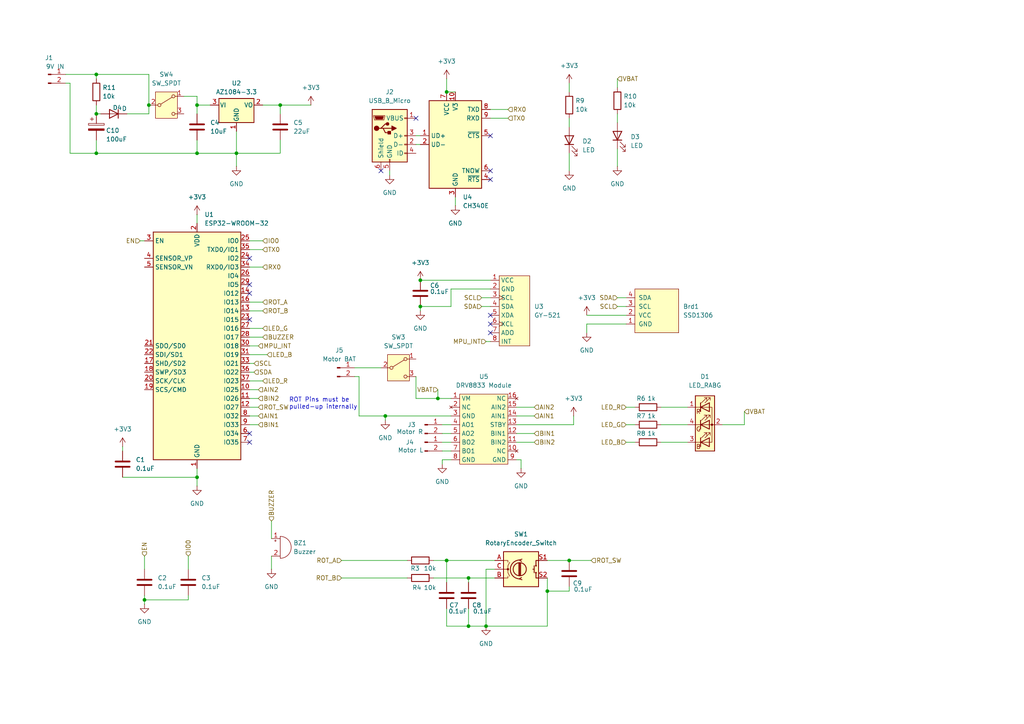
<source format=kicad_sch>
(kicad_sch (version 20250114) (generator "eeschema") (generator_version "9.0")
  (paper "A4")
  (lib_symbols
    (symbol "Connector:Conn_01x02_Pin" (pin_names (offset 1.016) (hide yes))
      (property "Reference" "J" (at 0 2.54 0))
      (property "Value" "Conn_01x02_Pin" (at 0 -5.08 0))
      (symbol "Conn_01x02_Pin_1_1"
        (rectangle (start 0.8636 0.127) (end 0 -0.127) (stroke (width 0.1524)) (fill (type outline)))
        (rectangle (start 0.8636 -2.413) (end 0 -2.667) (stroke (width 0.1524)) (fill (type outline)))
        (polyline (pts (xy 1.27 0) (xy 0.8636 0)) (stroke (width 0.1524)))
        (polyline (pts (xy 1.27 -2.54) (xy 0.8636 -2.54)) (stroke (width 0.1524)))
        (pin passive line (at 5.08 0 180) (length 3.81) (name "Pin_1") (number "1"))
        (pin passive line (at 5.08 -2.54 180) (length 3.81) (name "Pin_2") (number "2"))
      )
    )
    (symbol "Connector:USB_B_Micro" (pin_names (offset 1.016))
      (property "Reference" "J" (at -5.08 11.43 0))
      (property "Value" "USB_B_Micro" (at -5.08 8.89 0))
      (symbol "USB_B_Micro_0_1"
        (rectangle (start -5.08 -7.62) (end 5.08 7.62) (stroke (width 0.254)) (fill (type background)))
        (polyline (pts (xy -4.699 5.842) (xy -4.699 5.588) (xy -4.445 4.826) (xy -4.445 4.572) (xy -1.651 4.572) (xy -1.651 4.826) (xy -1.397 5.588) (xy -1.397 5.842) (xy -4.699 5.842)))
        (polyline (pts (xy -4.318 5.588) (xy -1.778 5.588) (xy -2.032 4.826) (xy -4.064 4.826) (xy -4.318 5.588)) (fill (type outline)))
        (circle (center -3.81 2.159) (radius 0.635) (stroke (width 0.254)) (fill (type outline)))
        (polyline (pts (xy -3.175 2.159) (xy -2.54 2.159) (xy -1.27 3.429) (xy -0.635 3.429)) (stroke (width 0.254)))
        (polyline (pts (xy -2.54 2.159) (xy -1.905 2.159) (xy -1.27 0.889) (xy 0 0.889)) (stroke (width 0.254)))
        (polyline (pts (xy -1.905 2.159) (xy 0.635 2.159)) (stroke (width 0.254)))
        (circle (center -0.635 3.429) (radius 0.381) (stroke (width 0.254)) (fill (type outline)))
        (rectangle (start -0.127 -7.62) (end 0.127 -6.858))
        (rectangle (start 0.254 1.27) (end -0.508 0.508) (stroke (width 0.254)) (fill (type outline)))
        (polyline (pts (xy 0.635 2.794) (xy 0.635 1.524) (xy 1.905 2.159) (xy 0.635 2.794)) (stroke (width 0.254)) (fill (type outline)))
        (rectangle (start 5.08 4.953) (end 4.318 5.207))
        (rectangle (start 5.08 -0.127) (end 4.318 0.127))
        (rectangle (start 5.08 -2.667) (end 4.318 -2.413))
        (rectangle (start 5.08 -5.207) (end 4.318 -4.953))
      )
      (symbol "USB_B_Micro_1_1"
        (pin passive line (at -2.54 -10.16 90) (length 2.54) (name "Shield") (number "6"))
        (pin power_out line (at 0 -10.16 90) (length 2.54) (name "GND") (number "5"))
        (pin power_out line (at 7.62 5.08 180) (length 2.54) (name "VBUS") (number "1"))
        (pin bidirectional line (at 7.62 0 180) (length 2.54) (name "D+") (number "3"))
        (pin bidirectional line (at 7.62 -2.54 180) (length 2.54) (name "D-") (number "2"))
        (pin passive line (at 7.62 -5.08 180) (length 2.54) (name "ID") (number "4"))
      )
    )
    (symbol "DRV8833_Module:DRV8833_Module"
      (property "Reference" "U" (at 0 0 0))
      (property "Value" "DRV8833 Module" (at 0 0 0))
      (symbol "DRV8833_Module_0_1"
        (rectangle (start 11.684 -22.86) (end 11.684 -22.86))
      )
      (symbol "DRV8833_Module_1_1"
        (rectangle (start 2.54 -2.54) (end 16.51 -22.86) (fill (type background)))
        (pin power_in line (at 0 -3.81 0) (length 2.54) (name "VM") (number "1"))
        (pin no_connect line (at 0 -6.35 0) (length 2.54) (name "NC") (number "2"))
        (pin power_in line (at 0 -8.89 0) (length 2.54) (name "GND") (number "3"))
        (pin output line (at 0 -11.43 0) (length 2.54) (name "AO1") (number "4"))
        (pin output line (at 0 -13.97 0) (length 2.54) (name "AO2") (number "5"))
        (pin output line (at 0 -16.51 0) (length 2.54) (name "BO2") (number "6"))
        (pin output line (at 0 -19.05 0) (length 2.54) (name "BO1") (number "7"))
        (pin power_in line (at 0 -21.59 0) (length 2.54) (name "GND") (number "8"))
        (pin no_connect line (at 19.05 -3.81 180) (length 2.54) (name "NC") (number "16"))
        (pin input line (at 19.05 -6.35 180) (length 2.54) (name "AIN2") (number "15"))
        (pin input line (at 19.05 -8.89 180) (length 2.54) (name "AIN1") (number "14"))
        (pin input line (at 19.05 -11.43 180) (length 2.54) (name "STBY") (number "13"))
        (pin input line (at 19.05 -13.97 180) (length 2.54) (name "BIN1") (number "12"))
        (pin input line (at 19.05 -16.51 180) (length 2.54) (name "BIN2") (number "11"))
        (pin no_connect line (at 19.05 -19.05 180) (length 2.54) (name "NC") (number "10"))
        (pin power_in line (at 19.05 -21.59 180) (length 2.54) (name "GND") (number "9"))
      )
    )
    (symbol "Device:Buzzer" (pin_names (offset 0.0254) (hide yes))
      (property "Reference" "BZ" (at 3.81 1.27 0))
      (property "Value" "Buzzer" (at 3.81 -1.27 0))
      (symbol "Buzzer_0_1"
        (polyline (pts (xy -1.651 1.905) (xy -1.143 1.905)))
        (polyline (pts (xy -1.397 2.159) (xy -1.397 1.651)))
        (arc (start 0 3.175) (mid 3.1612 0) (end 0 -3.175))
        (polyline (pts (xy 0 3.175) (xy 0 -3.175)))
      )
      (symbol "Buzzer_1_1"
        (pin passive line (at -2.54 2.54 0) (length 2.54) (name "+") (number "1"))
        (pin passive line (at -2.54 -2.54 0) (length 2.54) (name "-") (number "2"))
      )
    )
    (symbol "Device:C" (pin_numbers (hide yes)) (pin_names (offset 0.254))
      (property "Reference" "C" (at 0.635 2.54 0))
      (property "Value" "C" (at 0.635 -2.54 0))
      (symbol "C_0_1"
        (polyline (pts (xy -2.032 0.762) (xy 2.032 0.762)) (stroke (width 0.508)))
        (polyline (pts (xy -2.032 -0.762) (xy 2.032 -0.762)) (stroke (width 0.508)))
      )
      (symbol "C_1_1"
        (pin passive line (at 0 3.81 270) (length 2.794) (name "~") (number "1"))
        (pin passive line (at 0 -3.81 90) (length 2.794) (name "~") (number "2"))
      )
    )
    (symbol "Device:C_Polarized" (pin_numbers (hide yes)) (pin_names (offset 0.254))
      (property "Reference" "C" (at 0.635 2.54 0))
      (property "Value" "C_Polarized" (at 0.635 -2.54 0))
      (symbol "C_Polarized_0_1"
        (rectangle (start -2.286 0.508) (end 2.286 1.016))
        (polyline (pts (xy -1.778 2.286) (xy -0.762 2.286)))
        (polyline (pts (xy -1.27 2.794) (xy -1.27 1.778)))
        (rectangle (start 2.286 -0.508) (end -2.286 -1.016) (fill (type outline)))
      )
      (symbol "C_Polarized_1_1"
        (pin passive line (at 0 3.81 270) (length 2.794) (name "~") (number "1"))
        (pin passive line (at 0 -3.81 90) (length 2.794) (name "~") (number "2"))
      )
    )
    (symbol "Device:D" (pin_numbers (hide yes)) (pin_names (offset 1.016) (hide yes))
      (property "Reference" "D" (at 0 2.54 0))
      (property "Value" "D" (at 0 -2.54 0))
      (symbol "D_0_1"
        (polyline (pts (xy -1.27 1.27) (xy -1.27 -1.27)) (stroke (width 0.254)))
        (polyline (pts (xy 1.27 1.27) (xy 1.27 -1.27) (xy -1.27 0) (xy 1.27 1.27)) (stroke (width 0.254)))
        (polyline (pts (xy 1.27 0) (xy -1.27 0)))
      )
      (symbol "D_1_1"
        (pin passive line (at -3.81 0 0) (length 2.54) (name "K") (number "1"))
        (pin passive line (at 3.81 0 180) (length 2.54) (name "A") (number "2"))
      )
    )
    (symbol "Device:LED" (pin_numbers (hide yes)) (pin_names (offset 1.016) (hide yes))
      (property "Reference" "D" (at 0 2.54 0))
      (property "Value" "LED" (at 0 -2.54 0))
      (symbol "LED_0_1"
        (polyline (pts (xy -3.048 -0.762) (xy -4.572 -2.286) (xy -3.81 -2.286) (xy -4.572 -2.286) (xy -4.572 -1.524)))
        (polyline (pts (xy -1.778 -0.762) (xy -3.302 -2.286) (xy -2.54 -2.286) (xy -3.302 -2.286) (xy -3.302 -1.524)))
        (polyline (pts (xy -1.27 0) (xy 1.27 0)))
        (polyline (pts (xy -1.27 -1.27) (xy -1.27 1.27)) (stroke (width 0.254)))
        (polyline (pts (xy 1.27 -1.27) (xy 1.27 1.27) (xy -1.27 0) (xy 1.27 -1.27)) (stroke (width 0.254)))
      )
      (symbol "LED_1_1"
        (pin passive line (at -3.81 0 0) (length 2.54) (name "K") (number "1"))
        (pin passive line (at 3.81 0 180) (length 2.54) (name "A") (number "2"))
      )
    )
    (symbol "Device:LED_RABG" (pin_names (offset 0) (hide yes))
      (property "Reference" "D" (at 0 9.398 0))
      (property "Value" "LED_RABG" (at 0 -8.89 0))
      (symbol "LED_RABG_0_0"
        (text "R" (at -1.905 3.81 0) (effects (font (size 1.27 1.27))))
        (text "G" (at -1.905 -1.27 0) (effects (font (size 1.27 1.27))))
        (text "B" (at -1.905 -6.35 0) (effects (font (size 1.27 1.27))))
      )
      (symbol "LED_RABG_0_1"
        (polyline (pts (xy -1.27 6.35) (xy -1.27 3.81)) (stroke (width 0.254)))
        (polyline (pts (xy -1.27 6.35) (xy -1.27 3.81) (xy -1.27 3.81)))
        (polyline (pts (xy -1.27 5.08) (xy -2.54 5.08)))
        (polyline (pts (xy -1.27 5.08) (xy 1.27 5.08)))
        (polyline (pts (xy -1.27 1.27) (xy -1.27 -1.27)) (stroke (width 0.254)))
        (polyline (pts (xy -1.27 1.27) (xy -1.27 -1.27) (xy -1.27 -1.27)))
        (polyline (pts (xy -1.27 0) (xy -2.54 0)))
        (polyline (pts (xy -1.27 -3.81) (xy -1.27 -6.35)) (stroke (width 0.254)))
        (polyline (pts (xy -1.27 -5.08) (xy -2.54 -5.08)))
        (polyline (pts (xy -1.27 -5.08) (xy 1.27 -5.08)))
        (polyline (pts (xy -1.016 6.35) (xy 0.508 7.874) (xy -0.254 7.874) (xy 0.508 7.874) (xy 0.508 7.112)))
        (polyline (pts (xy -1.016 1.27) (xy 0.508 2.794) (xy -0.254 2.794) (xy 0.508 2.794) (xy 0.508 2.032)))
        (polyline (pts (xy -1.016 -3.81) (xy 0.508 -2.286) (xy -0.254 -2.286) (xy 0.508 -2.286) (xy 0.508 -3.048)))
        (polyline (pts (xy 0 6.35) (xy 1.524 7.874) (xy 0.762 7.874) (xy 1.524 7.874) (xy 1.524 7.112)))
        (polyline (pts (xy 0 1.27) (xy 1.524 2.794) (xy 0.762 2.794) (xy 1.524 2.794) (xy 1.524 2.032)))
        (polyline (pts (xy 0 -3.81) (xy 1.524 -2.286) (xy 0.762 -2.286) (xy 1.524 -2.286) (xy 1.524 -3.048)))
        (polyline (pts (xy 1.27 6.35) (xy 1.27 3.81) (xy -1.27 5.08) (xy 1.27 6.35)) (stroke (width 0.254)))
        (rectangle (start 1.27 6.35) (end 1.27 6.35))
        (rectangle (start 1.27 3.81) (end 1.27 6.35))
        (polyline (pts (xy 1.27 1.27) (xy 1.27 -1.27) (xy -1.27 0) (xy 1.27 1.27)) (stroke (width 0.254)))
        (rectangle (start 1.27 1.27) (end 1.27 1.27))
        (polyline (pts (xy 1.27 0) (xy -1.27 0)))
        (polyline (pts (xy 1.27 0) (xy 2.54 0)))
        (rectangle (start 1.27 -1.27) (end 1.27 1.27))
        (polyline (pts (xy 1.27 -3.81) (xy 1.27 -6.35) (xy -1.27 -5.08) (xy 1.27 -3.81)) (stroke (width 0.254)))
        (polyline (pts (xy 1.27 -5.08) (xy 2.032 -5.08) (xy 2.032 5.08) (xy 1.27 5.08)))
        (circle (center 2.032 0) (radius 0.254) (fill (type outline)))
        (rectangle (start 2.794 8.382) (end -2.794 -7.62) (stroke (width 0.254)) (fill (type background)))
      )
      (symbol "LED_RABG_1_1"
        (pin passive line (at -5.08 5.08 0) (length 2.54) (name "RK") (number "1"))
        (pin passive line (at -5.08 0 0) (length 2.54) (name "GK") (number "4"))
        (pin passive line (at -5.08 -5.08 0) (length 2.54) (name "BK") (number "3"))
        (pin passive line (at 5.08 0 180) (length 2.54) (name "A") (number "2"))
      )
    )
    (symbol "Device:R" (pin_numbers (hide yes)) (pin_names (offset 0))
      (property "Reference" "R" (at 2.032 0 90))
      (property "Value" "R" (at 0 0 90))
      (symbol "R_0_1"
        (rectangle (start -1.016 -2.54) (end 1.016 2.54) (stroke (width 0.254)))
      )
      (symbol "R_1_1"
        (pin passive line (at 0 3.81 270) (length 1.27) (name "~") (number "1"))
        (pin passive line (at 0 -3.81 90) (length 1.27) (name "~") (number "2"))
      )
    )
    (symbol "Device:RotaryEncoder_Switch" (pin_names (offset 0.254) (hide yes))
      (property "Reference" "SW" (at 0 6.604 0))
      (property "Value" "RotaryEncoder_Switch" (at 0 -6.604 0))
      (symbol "RotaryEncoder_Switch_0_1"
        (rectangle (start -5.08 5.08) (end 5.08 -5.08) (stroke (width 0.254)) (fill (type background)))
        (polyline (pts (xy -5.08 2.54) (xy -3.81 2.54) (xy -3.81 2.032)))
        (polyline (pts (xy -5.08 0) (xy -3.81 0) (xy -3.81 -1.016) (xy -3.302 -2.032)))
        (polyline (pts (xy -5.08 -2.54) (xy -3.81 -2.54) (xy -3.81 -2.032)))
        (polyline (pts (xy -4.318 0) (xy -3.81 0) (xy -3.81 1.016) (xy -3.302 2.032)))
        (circle (center -3.81 0) (radius 0.254) (fill (type outline)))
        (polyline (pts (xy -0.635 -1.778) (xy -0.635 1.778)) (stroke (width 0.254)))
        (circle (center -0.381 0) (radius 1.905) (stroke (width 0.254)))
        (polyline (pts (xy -0.381 -1.778) (xy -0.381 1.778)) (stroke (width 0.254)))
        (arc (start -0.381 -2.794) (mid -3.0988 -0.0635) (end -0.381 2.667) (stroke (width 0.254)))
        (polyline (pts (xy -0.127 1.778) (xy -0.127 -1.778)) (stroke (width 0.254)))
        (polyline (pts (xy 0.254 2.921) (xy -0.508 2.667) (xy 0.127 2.286)) (stroke (width 0.254)))
        (polyline (pts (xy 0.254 -3.048) (xy -0.508 -2.794) (xy 0.127 -2.413)) (stroke (width 0.254)))
        (polyline (pts (xy 3.81 1.016) (xy 3.81 -1.016)) (stroke (width 0.254)))
        (polyline (pts (xy 3.81 0) (xy 3.429 0)) (stroke (width 0.254)))
        (circle (center 4.318 1.016) (radius 0.127) (stroke (width 0.254)))
        (circle (center 4.318 -1.016) (radius 0.127) (stroke (width 0.254)))
        (polyline (pts (xy 5.08 2.54) (xy 4.318 2.54) (xy 4.318 1.016)) (stroke (width 0.254)))
        (polyline (pts (xy 5.08 -2.54) (xy 4.318 -2.54) (xy 4.318 -1.016)) (stroke (width 0.254)))
      )
      (symbol "RotaryEncoder_Switch_1_1"
        (pin passive line (at -7.62 2.54 0) (length 2.54) (name "A") (number "A"))
        (pin passive line (at -7.62 0 0) (length 2.54) (name "C") (number "C"))
        (pin passive line (at -7.62 -2.54 0) (length 2.54) (name "B") (number "B"))
        (pin passive line (at 7.62 2.54 180) (length 2.54) (name "S1") (number "S1"))
        (pin passive line (at 7.62 -2.54 180) (length 2.54) (name "S2") (number "S2"))
      )
    )
    (symbol "GY-521:GY-521"
      (property "Reference" "U" (at 0 0 0))
      (property "Value" "GY-521" (at 0 0 0))
      (symbol "GY-521_1_1"
        (rectangle (start 2.54 -1.27) (end 11.43 -21.59) (fill (type background)))
        (pin power_in line (at 0 -2.54 0) (length 2.54) (name "VCC") (number "1"))
        (pin power_in line (at 0 -5.08 0) (length 2.54) (name "GND") (number "2"))
        (pin input clock (at 0 -7.62 0) (length 2.54) (name "SCL") (number "3"))
        (pin bidirectional line (at 0 -10.16 0) (length 2.54) (name "SDA") (number "4"))
        (pin bidirectional line (at 0 -12.7 0) (length 2.54) (name "XDA") (number "5"))
        (pin input clock (at 0 -15.24 0) (length 2.54) (name "XCL") (number "6"))
        (pin input line (at 0 -17.78 0) (length 2.54) (name "ADO") (number "7"))
        (pin output line (at 0 -20.32 0) (length 2.54) (name "INT") (number "8"))
      )
    )
    (symbol "Interface_USB:CH340E"
      (property "Reference" "U" (at -5.08 13.97 0))
      (property "Value" "CH340E" (at 1.27 13.97 0))
      (symbol "CH340E_0_1"
        (rectangle (start -7.62 12.7) (end 7.62 -12.7) (stroke (width 0.254)) (fill (type background)))
      )
      (symbol "CH340E_1_1"
        (pin bidirectional line (at -10.16 2.54 0) (length 2.54) (name "UD+") (number "1"))
        (pin bidirectional line (at -10.16 0 0) (length 2.54) (name "UD-") (number "2"))
        (pin power_in line (at -2.54 15.24 270) (length 2.54) (name "VCC") (number "7"))
        (pin power_out line (at 0 15.24 270) (length 2.54) (name "V3") (number "10"))
        (pin power_in line (at 0 -15.24 90) (length 2.54) (name "GND") (number "3"))
        (pin output line (at 10.16 10.16 180) (length 2.54) (name "TXD") (number "8"))
        (pin input line (at 10.16 7.62 180) (length 2.54) (name "RXD") (number "9"))
        (pin input line (at 10.16 2.54 180) (length 2.54) (name "~{CTS}") (number "5"))
        (pin output line (at 10.16 -7.62 180) (length 2.54) (name "TNOW") (number "6"))
        (pin output line (at 10.16 -10.16 180) (length 2.54) (name "~{RTS}") (number "4"))
      )
    )
    (symbol "RF_Module:ESP32-WROOM-32"
      (property "Reference" "U" (at -12.7 34.29 0))
      (property "Value" "ESP32-WROOM-32" (at 1.27 34.29 0))
      (symbol "ESP32-WROOM-32_0_1"
        (rectangle (start -12.7 33.02) (end 12.7 -33.02) (stroke (width 0.254)) (fill (type background)))
      )
      (symbol "ESP32-WROOM-32_1_1"
        (pin input line (at -15.24 30.48 0) (length 2.54) (name "EN") (number "3"))
        (pin input line (at -15.24 25.4 0) (length 2.54) (name "SENSOR_VP") (number "4"))
        (pin input line (at -15.24 22.86 0) (length 2.54) (name "SENSOR_VN") (number "5"))
        (pin bidirectional line (at -15.24 0 0) (length 2.54) (name "SDO/SD0") (number "21"))
        (pin bidirectional line (at -15.24 -2.54 0) (length 2.54) (name "SDI/SD1") (number "22"))
        (pin bidirectional line (at -15.24 -5.08 0) (length 2.54) (name "SHD/SD2") (number "17"))
        (pin bidirectional line (at -15.24 -7.62 0) (length 2.54) (name "SWP/SD3") (number "18"))
        (pin bidirectional line (at -15.24 -10.16 0) (length 2.54) (name "SCK/CLK") (number "20"))
        (pin bidirectional line (at -15.24 -12.7 0) (length 2.54) (name "SCS/CMD") (number "19"))
        (pin no_connect line (at -12.7 -27.94 0) (length 2.54) (hide yes) (name "NC") (number "32"))
        (pin power_in line (at 0 35.56 270) (length 2.54) (name "VDD") (number "2"))
        (pin power_in line (at 0 -35.56 90) (length 2.54) (name "GND") (number "1"))
        (pin passive line (at 0 -35.56 90) (length 2.54) (hide yes) (name "GND") (number "15"))
        (pin passive line (at 0 -35.56 90) (length 2.54) (hide yes) (name "GND") (number "38"))
        (pin passive line (at 0 -35.56 90) (length 2.54) (hide yes) (name "GND") (number "39"))
        (pin bidirectional line (at 15.24 30.48 180) (length 2.54) (name "IO0") (number "25"))
        (pin bidirectional line (at 15.24 27.94 180) (length 2.54) (name "TXD0/IO1") (number "35"))
        (pin bidirectional line (at 15.24 25.4 180) (length 2.54) (name "IO2") (number "24"))
        (pin bidirectional line (at 15.24 22.86 180) (length 2.54) (name "RXD0/IO3") (number "34"))
        (pin bidirectional line (at 15.24 20.32 180) (length 2.54) (name "IO4") (number "26"))
        (pin bidirectional line (at 15.24 17.78 180) (length 2.54) (name "IO5") (number "29"))
        (pin bidirectional line (at 15.24 15.24 180) (length 2.54) (name "IO12") (number "14"))
        (pin bidirectional line (at 15.24 12.7 180) (length 2.54) (name "IO13") (number "16"))
        (pin bidirectional line (at 15.24 10.16 180) (length 2.54) (name "IO14") (number "13"))
        (pin bidirectional line (at 15.24 7.62 180) (length 2.54) (name "IO15") (number "23"))
        (pin bidirectional line (at 15.24 5.08 180) (length 2.54) (name "IO16") (number "27"))
        (pin bidirectional line (at 15.24 2.54 180) (length 2.54) (name "IO17") (number "28"))
        (pin bidirectional line (at 15.24 0 180) (length 2.54) (name "IO18") (number "30"))
        (pin bidirectional line (at 15.24 -2.54 180) (length 2.54) (name "IO19") (number "31"))
        (pin bidirectional line (at 15.24 -5.08 180) (length 2.54) (name "IO21") (number "33"))
        (pin bidirectional line (at 15.24 -7.62 180) (length 2.54) (name "IO22") (number "36"))
        (pin bidirectional line (at 15.24 -10.16 180) (length 2.54) (name "IO23") (number "37"))
        (pin bidirectional line (at 15.24 -12.7 180) (length 2.54) (name "IO25") (number "10"))
        (pin bidirectional line (at 15.24 -15.24 180) (length 2.54) (name "IO26") (number "11"))
        (pin bidirectional line (at 15.24 -17.78 180) (length 2.54) (name "IO27") (number "12"))
        (pin bidirectional line (at 15.24 -20.32 180) (length 2.54) (name "IO32") (number "8"))
        (pin bidirectional line (at 15.24 -22.86 180) (length 2.54) (name "IO33") (number "9"))
        (pin input line (at 15.24 -25.4 180) (length 2.54) (name "IO34") (number "6"))
        (pin input line (at 15.24 -27.94 180) (length 2.54) (name "IO35") (number "7"))
      )
    )
    (symbol "Regulator_Linear:AZ1084-3.3" (pin_names (offset 0.254))
      (property "Reference" "U" (at -3.81 3.175 0))
      (property "Value" "AZ1084-3.3" (at 0 3.175 0))
      (symbol "AZ1084-3.3_0_1"
        (rectangle (start -5.08 1.905) (end 5.08 -5.08) (stroke (width 0.254)) (fill (type background)))
      )
      (symbol "AZ1084-3.3_1_1"
        (pin power_in line (at -7.62 0 0) (length 2.54) (name "VI") (number "3"))
        (pin power_in line (at 0 -7.62 90) (length 2.54) (name "GND") (number "1"))
        (pin power_out line (at 7.62 0 180) (length 2.54) (name "VO") (number "2"))
      )
    )
    (symbol "SSD1306-128x64_OLED:SSD1306" (pin_names (offset 1.016))
      (property "Reference" "Brd" (at 0 -3.81 0))
      (property "Value" "SSD1306" (at 0 -1.27 0))
      (symbol "SSD1306_0_1"
        (rectangle (start -6.35 6.35) (end 6.35 -6.35) (fill (type background)))
      )
      (symbol "SSD1306_1_1"
        (pin input line (at -3.81 8.89 270) (length 2.54) (name "GND") (number "1"))
        (pin input line (at -1.27 8.89 270) (length 2.54) (name "VCC") (number "2"))
        (pin input line (at 1.27 8.89 270) (length 2.54) (name "SCL") (number "3"))
        (pin input line (at 3.81 8.89 270) (length 2.54) (name "SDA") (number "4"))
      )
    )
    (symbol "Switch:SW_SPDT" (pin_names (offset 0) (hide yes))
      (property "Reference" "SW" (at 0 5.08 0))
      (property "Value" "SW_SPDT" (at 0 -5.08 0))
      (symbol "SW_SPDT_0_1"
        (circle (center -2.032 0) (radius 0.4572))
        (polyline (pts (xy -1.651 0.254) (xy 1.651 2.286)))
        (circle (center 2.032 2.54) (radius 0.4572))
        (circle (center 2.032 -2.54) (radius 0.4572))
      )
      (symbol "SW_SPDT_1_1"
        (rectangle (start -3.175 3.81) (end 3.175 -3.81) (fill (type background)))
        (pin passive line (at -5.08 0 0) (length 2.54) (name "B") (number "2"))
        (pin passive line (at 5.08 2.54 180) (length 2.54) (name "A") (number "1"))
        (pin passive line (at 5.08 -2.54 180) (length 2.54) (name "C") (number "3"))
      )
    )
    (symbol "power:+3V3" (power) (pin_numbers (hide yes)) (pin_names (offset 0) (hide yes))
      (property "Value" "+3V3" (at 0 3.556 0))
      (symbol "+3V3_0_1"
        (polyline (pts (xy -0.762 1.27) (xy 0 2.54)))
        (polyline (pts (xy 0 2.54) (xy 0.762 1.27)))
        (polyline (pts (xy 0 0) (xy 0 2.54)))
      )
      (symbol "+3V3_1_1"
        (pin power_in line (at 0 0 90) (length 0) (name "~") (number "1"))
      )
    )
    (symbol "power:GND" (power) (pin_numbers (hide yes)) (pin_names (offset 0) (hide yes))
      (property "Value" "GND" (at 0 -3.81 0))
      (symbol "GND_0_1"
        (polyline (pts (xy 0 0) (xy 0 -1.27) (xy 1.27 -1.27) (xy 0 -2.54) (xy -1.27 -1.27) (xy 0 -1.27)))
      )
      (symbol "GND_1_1"
        (pin power_in line (at 0 0 270) (length 0) (name "~") (number "1"))
      )
    )
  )
  (text "ROT Pins must be\npulled-up internally" (at 83.82 117.094 0) (effects (font (size 1.27 1.27)) (justify left)))
  (junction (at 57.15 44.45))
  (junction (at 129.54 26.67))
  (junction (at 129.54 162.56))
  (junction (at 81.28 30.48))
  (junction (at 127 115.57))
  (junction (at 57.15 30.48))
  (junction (at 140.97 181.61))
  (junction (at 68.58 44.45))
  (junction (at 121.92 81.28))
  (junction (at 27.94 44.45))
  (junction (at 41.91 173.99))
  (junction (at 111.76 120.65))
  (junction (at 57.15 138.43))
  (junction (at 158.75 171.45))
  (junction (at 27.94 21.59))
  (junction (at 43.18 30.48))
  (junction (at 27.94 33.02))
  (junction (at 165.1 162.56))
  (junction (at 121.92 88.9))
  (junction (at 135.89 181.61))
  (junction (at 135.89 167.64))
  (no_connect (at 142.24 52.07))
  (no_connect (at 142.24 96.52))
  (no_connect (at 142.24 39.37))
  (no_connect (at 72.39 125.73))
  (no_connect (at 142.24 93.98))
  (no_connect (at 142.24 91.44))
  (no_connect (at 110.49 49.53))
  (no_connect (at 120.65 34.29))
  (no_connect (at 142.24 49.53))
  (no_connect (at 72.39 82.55))
  (no_connect (at 72.39 74.93))
  (no_connect (at 72.39 92.71))
  (no_connect (at 72.39 128.27))
  (no_connect (at 72.39 85.09))
  (wire (pts (xy 40.64 69.85) (xy 41.91 69.85)))
  (wire (pts (xy 72.39 118.11) (xy 74.93 118.11)))
  (wire (pts (xy 215.9 119.38) (xy 215.9 123.19)))
  (wire (pts (xy 158.75 181.61) (xy 140.97 181.61)))
  (wire (pts (xy 36.83 33.02) (xy 43.18 33.02)))
  (wire (pts (xy 81.28 44.45) (xy 81.28 40.64)))
  (wire (pts (xy 129.54 22.86) (xy 129.54 26.67)))
  (wire (pts (xy 128.27 128.27) (xy 130.81 128.27)))
  (wire (pts (xy 129.54 162.56) (xy 129.54 168.91)))
  (wire (pts (xy 149.86 125.73) (xy 154.94 125.73)))
  (wire (pts (xy 72.39 105.41) (xy 73.66 105.41)))
  (wire (pts (xy 179.07 88.9) (xy 181.61 88.9)))
  (wire (pts (xy 27.94 22.86) (xy 27.94 21.59)))
  (wire (pts (xy 27.94 21.59) (xy 43.18 21.59)))
  (wire (pts (xy 81.28 30.48) (xy 81.28 33.02)))
  (wire (pts (xy 72.39 72.39) (xy 76.2 72.39)))
  (wire (pts (xy 120.65 109.22) (xy 120.65 115.57)))
  (wire (pts (xy 72.39 113.03) (xy 74.93 113.03)))
  (wire (pts (xy 149.86 123.19) (xy 166.37 123.19)))
  (wire (pts (xy 127 115.57) (xy 130.81 115.57)))
  (wire (pts (xy 41.91 161.29) (xy 41.91 165.1)))
  (wire (pts (xy 72.39 87.63) (xy 76.2 87.63)))
  (wire (pts (xy 135.89 167.64) (xy 143.51 167.64)))
  (wire (pts (xy 170.18 93.98) (xy 170.18 96.52)))
  (wire (pts (xy 111.76 121.92) (xy 111.76 120.65)))
  (wire (pts (xy 170.18 91.44) (xy 181.61 91.44)))
  (wire (pts (xy 128.27 130.81) (xy 130.81 130.81)))
  (wire (pts (xy 149.86 118.11) (xy 154.94 118.11)))
  (wire (pts (xy 191.77 128.27) (xy 199.39 128.27)))
  (wire (pts (xy 20.32 24.13) (xy 20.32 44.45)))
  (wire (pts (xy 128.27 123.19) (xy 130.81 123.19)))
  (wire (pts (xy 151.13 133.35) (xy 151.13 135.89)))
  (wire (pts (xy 104.14 109.22) (xy 104.14 120.65)))
  (wire (pts (xy 27.94 33.02) (xy 29.21 33.02)))
  (wire (pts (xy 181.61 123.19) (xy 184.15 123.19)))
  (wire (pts (xy 43.18 21.59) (xy 43.18 30.48)))
  (wire (pts (xy 20.32 44.45) (xy 27.94 44.45)))
  (wire (pts (xy 78.74 161.29) (xy 78.74 165.1)))
  (wire (pts (xy 130.81 83.82) (xy 142.24 83.82)))
  (wire (pts (xy 72.39 115.57) (xy 74.93 115.57)))
  (wire (pts (xy 78.74 151.13) (xy 78.74 156.21)))
  (wire (pts (xy 165.1 162.56) (xy 171.45 162.56)))
  (wire (pts (xy 102.87 106.68) (xy 110.49 106.68)))
  (wire (pts (xy 129.54 162.56) (xy 143.51 162.56)))
  (wire (pts (xy 149.86 133.35) (xy 151.13 133.35)))
  (wire (pts (xy 19.05 24.13) (xy 20.32 24.13)))
  (wire (pts (xy 81.28 30.48) (xy 90.17 30.48)))
  (wire (pts (xy 142.24 34.29) (xy 147.32 34.29)))
  (wire (pts (xy 35.56 138.43) (xy 57.15 138.43)))
  (wire (pts (xy 135.89 167.64) (xy 135.89 168.91)))
  (wire (pts (xy 149.86 120.65) (xy 154.94 120.65)))
  (wire (pts (xy 27.94 30.48) (xy 27.94 33.02)))
  (wire (pts (xy 179.07 22.86) (xy 179.07 25.4)))
  (wire (pts (xy 139.7 88.9) (xy 142.24 88.9)))
  (wire (pts (xy 104.14 109.22) (xy 102.87 109.22)))
  (wire (pts (xy 149.86 128.27) (xy 154.94 128.27)))
  (wire (pts (xy 165.1 162.56) (xy 158.75 162.56)))
  (wire (pts (xy 130.81 133.35) (xy 128.27 133.35)))
  (wire (pts (xy 158.75 167.64) (xy 158.75 171.45)))
  (wire (pts (xy 57.15 40.64) (xy 57.15 44.45)))
  (wire (pts (xy 128.27 125.73) (xy 130.81 125.73)))
  (wire (pts (xy 120.65 41.91) (xy 121.92 41.91)))
  (wire (pts (xy 121.92 88.9) (xy 130.81 88.9)))
  (wire (pts (xy 72.39 102.87) (xy 77.47 102.87)))
  (wire (pts (xy 72.39 90.17) (xy 76.2 90.17)))
  (wire (pts (xy 121.92 90.17) (xy 121.92 88.9)))
  (wire (pts (xy 72.39 120.65) (xy 74.93 120.65)))
  (wire (pts (xy 41.91 172.72) (xy 41.91 173.99)))
  (wire (pts (xy 120.65 115.57) (xy 127 115.57)))
  (wire (pts (xy 27.94 44.45) (xy 57.15 44.45)))
  (wire (pts (xy 120.65 39.37) (xy 121.92 39.37)))
  (wire (pts (xy 129.54 181.61) (xy 135.89 181.61)))
  (wire (pts (xy 135.89 181.61) (xy 140.97 181.61)))
  (wire (pts (xy 72.39 123.19) (xy 74.93 123.19)))
  (wire (pts (xy 142.24 31.75) (xy 147.32 31.75)))
  (wire (pts (xy 132.08 57.15) (xy 132.08 59.69)))
  (wire (pts (xy 72.39 97.79) (xy 76.2 97.79)))
  (wire (pts (xy 179.07 33.02) (xy 179.07 35.56)))
  (wire (pts (xy 41.91 173.99) (xy 54.61 173.99)))
  (wire (pts (xy 54.61 161.29) (xy 54.61 165.1)))
  (wire (pts (xy 127 113.03) (xy 127 115.57)))
  (wire (pts (xy 68.58 44.45) (xy 68.58 38.1)))
  (wire (pts (xy 72.39 100.33) (xy 74.93 100.33)))
  (wire (pts (xy 57.15 135.89) (xy 57.15 138.43)))
  (wire (pts (xy 53.34 27.94) (xy 57.15 27.94)))
  (wire (pts (xy 99.06 167.64) (xy 118.11 167.64)))
  (wire (pts (xy 57.15 62.23) (xy 57.15 64.77)))
  (wire (pts (xy 158.75 171.45) (xy 158.75 181.61)))
  (wire (pts (xy 72.39 107.95) (xy 73.66 107.95)))
  (wire (pts (xy 143.51 165.1) (xy 140.97 165.1)))
  (wire (pts (xy 72.39 69.85) (xy 76.2 69.85)))
  (wire (pts (xy 165.1 24.13) (xy 165.1 26.67)))
  (wire (pts (xy 129.54 176.53) (xy 129.54 181.61)))
  (wire (pts (xy 158.75 171.45) (xy 165.1 171.45)))
  (wire (pts (xy 99.06 162.56) (xy 118.11 162.56)))
  (wire (pts (xy 179.07 86.36) (xy 181.61 86.36)))
  (wire (pts (xy 179.07 43.18) (xy 179.07 48.26)))
  (wire (pts (xy 191.77 118.11) (xy 199.39 118.11)))
  (wire (pts (xy 181.61 93.98) (xy 170.18 93.98)))
  (wire (pts (xy 140.97 99.06) (xy 142.24 99.06)))
  (wire (pts (xy 165.1 44.45) (xy 165.1 49.53)))
  (wire (pts (xy 35.56 129.54) (xy 35.56 130.81)))
  (wire (pts (xy 125.73 162.56) (xy 129.54 162.56)))
  (wire (pts (xy 135.89 176.53) (xy 135.89 181.61)))
  (wire (pts (xy 125.73 167.64) (xy 135.89 167.64)))
  (wire (pts (xy 139.7 86.36) (xy 142.24 86.36)))
  (wire (pts (xy 76.2 30.48) (xy 81.28 30.48)))
  (wire (pts (xy 72.39 110.49) (xy 76.2 110.49)))
  (wire (pts (xy 72.39 77.47) (xy 76.2 77.47)))
  (wire (pts (xy 27.94 21.59) (xy 19.05 21.59)))
  (wire (pts (xy 57.15 27.94) (xy 57.15 30.48)))
  (wire (pts (xy 68.58 44.45) (xy 68.58 48.26)))
  (wire (pts (xy 130.81 83.82) (xy 130.81 88.9)))
  (wire (pts (xy 43.18 33.02) (xy 43.18 30.48)))
  (wire (pts (xy 72.39 95.25) (xy 76.2 95.25)))
  (wire (pts (xy 181.61 118.11) (xy 184.15 118.11)))
  (wire (pts (xy 181.61 128.27) (xy 184.15 128.27)))
  (wire (pts (xy 57.15 30.48) (xy 57.15 33.02)))
  (wire (pts (xy 68.58 44.45) (xy 81.28 44.45)))
  (wire (pts (xy 140.97 165.1) (xy 140.97 181.61)))
  (wire (pts (xy 128.27 133.35) (xy 128.27 134.62)))
  (wire (pts (xy 209.55 123.19) (xy 215.9 123.19)))
  (wire (pts (xy 166.37 120.65) (xy 166.37 123.19)))
  (wire (pts (xy 113.03 49.53) (xy 113.03 50.8)))
  (wire (pts (xy 27.94 40.64) (xy 27.94 44.45)))
  (wire (pts (xy 165.1 171.45) (xy 165.1 170.18)))
  (wire (pts (xy 57.15 138.43) (xy 57.15 140.97)))
  (wire (pts (xy 129.54 26.67) (xy 132.08 26.67)))
  (wire (pts (xy 57.15 44.45) (xy 68.58 44.45)))
  (wire (pts (xy 54.61 173.99) (xy 54.61 172.72)))
  (wire (pts (xy 165.1 34.29) (xy 165.1 36.83)))
  (wire (pts (xy 104.14 120.65) (xy 111.76 120.65)))
  (wire (pts (xy 121.92 81.28) (xy 142.24 81.28)))
  (wire (pts (xy 57.15 30.48) (xy 60.96 30.48)))
  (wire (pts (xy 41.91 173.99) (xy 41.91 175.26)))
  (wire (pts (xy 191.77 123.19) (xy 199.39 123.19)))
  (wire (pts (xy 111.76 120.65) (xy 130.81 120.65)))
  (hierarchical_label "RX0" (shape input) (at 147.32 31.75 0))
  (hierarchical_label "BUZZER" (shape input) (at 76.2 97.79 0))
  (hierarchical_label "TX0" (shape input) (at 147.32 34.29 0))
  (hierarchical_label "ROT_SW" (shape input) (at 74.93 118.11 0))
  (hierarchical_label "LED_G" (shape input) (at 76.2 95.25 0))
  (hierarchical_label "EN" (shape input) (at 41.91 161.29 90))
  (hierarchical_label "AIN2" (shape input) (at 154.94 118.11 0))
  (hierarchical_label "VBAT" (shape input) (at 179.07 22.86 0))
  (hierarchical_label "AIN1" (shape input) (at 154.94 120.65 0))
  (hierarchical_label "BIN1" (shape input) (at 154.94 125.73 0))
  (hierarchical_label "BIN2" (shape input) (at 74.93 115.57 0))
  (hierarchical_label "SCL" (shape input) (at 139.7 86.36 180))
  (hierarchical_label "TX0" (shape input) (at 76.2 72.39 0))
  (hierarchical_label "LED_B" (shape input) (at 181.61 128.27 180))
  (hierarchical_label "IO0" (shape input) (at 76.2 69.85 0))
  (hierarchical_label "SCL" (shape input) (at 179.07 88.9 180))
  (hierarchical_label "MPU_INT" (shape input) (at 140.97 99.06 180))
  (hierarchical_label "MPU_INT" (shape input) (at 74.93 100.33 0))
  (hierarchical_label "VBAT" (shape input) (at 215.9 119.38 0))
  (hierarchical_label "SDA" (shape input) (at 139.7 88.9 180))
  (hierarchical_label "LED_R" (shape input) (at 76.2 110.49 0))
  (hierarchical_label "ROT_SW" (shape input) (at 171.45 162.56 0))
  (hierarchical_label "IO0" (shape input) (at 54.61 161.29 90))
  (hierarchical_label "SCL" (shape input) (at 73.66 105.41 0))
  (hierarchical_label "BIN2" (shape input) (at 154.94 128.27 0))
  (hierarchical_label "RX0" (shape input) (at 76.2 77.47 0))
  (hierarchical_label "ROT_A" (shape input) (at 76.2 87.63 0))
  (hierarchical_label "AIN1" (shape input) (at 74.93 120.65 0))
  (hierarchical_label "SDA" (shape input) (at 179.07 86.36 180))
  (hierarchical_label "AIN2" (shape input) (at 74.93 113.03 0))
  (hierarchical_label "VBAT" (shape input) (at 127 113.03 180))
  (hierarchical_label "BUZZER" (shape input) (at 78.74 151.13 90))
  (hierarchical_label "LED_B" (shape input) (at 77.47 102.87 0))
  (hierarchical_label "LED_G" (shape input) (at 181.61 123.19 180))
  (hierarchical_label "ROT_B" (shape input) (at 76.2 90.17 0))
  (hierarchical_label "SDA" (shape input) (at 73.66 107.95 0))
  (hierarchical_label "EN" (shape input) (at 40.64 69.85 180))
  (hierarchical_label "ROT_B" (shape input) (at 99.06 167.64 180))
  (hierarchical_label "ROT_A" (shape input) (at 99.06 162.56 180))
  (hierarchical_label "LED_R" (shape input) (at 181.61 118.11 180))
  (hierarchical_label "BIN1" (shape input) (at 74.93 123.19 0))
  (symbol (lib_id "power:GND") (at 113.03 50.8 0) (unit 1)
    (property "Reference" "#PWR09" (effects (hide yes)))
    (property "Value" "GND" (at 113.03 55.88 0))
    (property "Description" "Power symbol creates a global label with name \"GND\" , ground" (effects (hide yes)))
  )
  (symbol (lib_id "Device:C") (at 135.89 172.72 0) (unit 1)
    (property "Reference" "C8" (at 136.906 175.514 0) (effects (justify left)))
    (property "Value" "0.1uF" (at 137.16 177.292 0) (effects (justify left)))
    (property "Footprint" "Capacitor_THT:C_Disc_D5.1mm_W3.2mm_P5.00mm" (effects (hide yes)))
    (property "Description" "Unpolarized capacitor" (effects (hide yes)))
  )
  (symbol (lib_id "power:GND") (at 140.97 181.61 0) (unit 1)
    (property "Reference" "#PWR017" (effects (hide yes)))
    (property "Value" "GND" (at 140.97 186.69 0))
    (property "Description" "Power symbol creates a global label with name \"GND\" , ground" (effects (hide yes)))
  )
  (symbol (lib_id "Device:RotaryEncoder_Switch") (at 151.13 165.1 0) (unit 1)
    (property "Reference" "SW1" (at 151.13 154.94 0))
    (property "Value" "RotaryEncoder_Switch" (at 151.13 157.48 0))
    (property "Footprint" "Rotary_Encoder:RotaryEncoder_Alps_EC12E-Switch_Vertical_H20mm" (effects (hide yes)))
    (property "Description" "Rotary encoder, dual channel, incremental quadrate outputs, with switch" (effects (hide yes)))
  )
  (symbol (lib_id "power:+3V3") (at 170.18 91.44 0) (unit 1)
    (property "Reference" "#PWR023" (effects (hide yes)))
    (property "Value" "+3V3" (at 170.18 86.36 0))
    (property "Description" "Power symbol creates a global label with name \"+3V3\"" (effects (hide yes)))
  )
  (symbol (lib_id "Device:C") (at 81.28 36.83 0) (unit 1)
    (property "Reference" "C5" (at 85.09 35.5599 0) (effects (justify left)))
    (property "Value" "22uF" (at 85.09 38.0999 0) (effects (justify left)))
    (property "Footprint" "Capacitor_THT:CP_Radial_D5.0mm_P2.50mm" (effects (hide yes)))
    (property "Description" "Unpolarized capacitor" (effects (hide yes)))
  )
  (symbol (lib_id "Connector:Conn_01x02_Pin") (at 97.79 106.68 0) (unit 1)
    (property "Reference" "J5" (at 98.425 101.6 0))
    (property "Value" "Motor BAT" (at 98.425 104.14 0))
    (property "Footprint" "Connector_JST:JST_XH_B2B-XH-A_1x02_P2.50mm_Vertical" (effects (hide yes)))
    (property "Description" "Generic connector, single row, 01x02, script generated" (effects (hide yes)))
  )
  (symbol (lib_id "Device:LED_RABG") (at 204.47 123.19 0) (unit 1)
    (property "Reference" "D1" (at 204.47 109.22 0))
    (property "Value" "LED_RABG" (at 204.47 111.76 0))
    (property "Footprint" "LED_THT:LED_D5.0mm-4_RGB" (effects (hide yes)))
    (property "Description" "RGB LED, red/anode/blue/green" (effects (hide yes)))
  )
  (symbol (lib_id "Device:R") (at 187.96 123.19 90) (unit 1)
    (property "Reference" "R7" (at 185.928 120.65 90))
    (property "Value" "1k" (at 188.976 120.65 90))
    (property "Footprint" "Resistor_THT:R_Axial_DIN0207_L6.3mm_D2.5mm_P15.24mm_Horizontal" (effects (hide yes)))
    (property "Description" "Resistor" (effects (hide yes)))
  )
  (symbol (lib_id "GY-521:GY-521") (at 142.24 78.74 0) (unit 1)
    (property "Reference" "U3" (at 154.94 88.8999 0) (effects (justify left)))
    (property "Value" "GY-521" (at 154.94 91.4399 0) (effects (justify left)))
    (property "Footprint" "GY-521:GY-521_Part_side_up" (effects (hide yes)))
    (property "Datasheet" "https://mysii.gorriens.net/images/arduino/capteurs/gy-521_mpu-6050_3-axis_gyroscope_and_acceleration_sensor_en.pdf" (effects (hide yes)))
    (property "Description" "GY-521 MPU-6050 3-axis gyroscope and acceleration sensor module" (effects (hide yes)))
  )
  (symbol (lib_id "Device:LED") (at 179.07 39.37 90) (unit 1)
    (property "Reference" "D3" (at 182.88 39.6874 90) (effects (justify right)))
    (property "Value" "LED" (at 182.88 42.2274 90) (effects (justify right)))
    (property "Footprint" "LED_THT:LED_D3.0mm" (effects (hide yes)))
    (property "Description" "Light emitting diode" (effects (hide yes)))
    (property "Sim.Pins" "1=K 2=A" (effects (hide yes)))
  )
  (symbol (lib_id "Device:C") (at 121.92 85.09 0) (unit 1)
    (property "Reference" "C6" (at 124.714 82.804 0) (effects (justify left)))
    (property "Value" "0.1uF" (at 124.714 84.582 0) (effects (justify left)))
    (property "Footprint" "Capacitor_THT:C_Disc_D5.1mm_W3.2mm_P5.00mm" (effects (hide yes)))
    (property "Description" "Unpolarized capacitor" (effects (hide yes)))
  )
  (symbol (lib_id "RF_Module:ESP32-WROOM-32") (at 57.15 100.33 0) (unit 1)
    (property "Reference" "U1" (at 59.2933 62.23 0) (effects (justify left)))
    (property "Value" "ESP32-WROOM-32" (at 59.2933 64.77 0) (effects (justify left)))
    (property "Footprint" "ESP32:ESP-32SBoard" (effects (hide yes)))
    (property "Datasheet" "https://www.espressif.com/sites/default/files/documentation/esp32-wroom-32_datasheet_en.pdf" (effects (hide yes)))
    (property "Description" "RF Module, ESP32-D0WDQ6 SoC, Wi-Fi 802.11b/g/n, Bluetooth, BLE, 32-bit, 2.7-3.6V, onboard antenna, SMD" (effects (hide yes)))
  )
  (symbol (lib_id "power:GND") (at 165.1 49.53 0) (unit 1)
    (property "Reference" "#PWR021" (effects (hide yes)))
    (property "Value" "GND" (at 165.1 54.61 0))
    (property "Description" "Power symbol creates a global label with name \"GND\" , ground" (effects (hide yes)))
  )
  (symbol (lib_id "Connector:Conn_01x02_Pin") (at 13.97 21.59 0) (unit 1)
    (property "Reference" "J1" (at 14.224 16.764 0))
    (property "Value" "9V IN" (at 16.002 19.304 0))
    (property "Footprint" "Connector_JST:JST_XH_B2B-XH-A_1x02_P2.50mm_Vertical" (effects (hide yes)))
    (property "Description" "Generic connector, single row, 01x02, script generated" (effects (hide yes)))
  )
  (symbol (lib_id "Device:R") (at 187.96 128.27 90) (unit 1)
    (property "Reference" "R8" (at 185.928 125.73 90))
    (property "Value" "1k" (at 188.976 125.73 90))
    (property "Footprint" "Resistor_THT:R_Axial_DIN0207_L6.3mm_D2.5mm_P15.24mm_Horizontal" (effects (hide yes)))
    (property "Description" "Resistor" (effects (hide yes)))
  )
  (symbol (lib_id "Device:C") (at 41.91 168.91 0) (unit 1)
    (property "Reference" "C2" (at 45.72 167.6399 0) (effects (justify left)))
    (property "Value" "0.1uF" (at 45.72 170.1799 0) (effects (justify left)))
    (property "Footprint" "Capacitor_THT:C_Disc_D5.1mm_W3.2mm_P5.00mm" (effects (hide yes)))
    (property "Description" "Unpolarized capacitor" (effects (hide yes)))
  )
  (symbol (lib_id "Device:C") (at 129.54 172.72 0) (unit 1)
    (property "Reference" "C7" (at 130.302 175.514 0) (effects (justify left)))
    (property "Value" "0.1uF" (at 130.048 177.292 0) (effects (justify left)))
    (property "Footprint" "Capacitor_THT:C_Disc_D5.1mm_W3.2mm_P5.00mm" (effects (hide yes)))
    (property "Description" "Unpolarized capacitor" (effects (hide yes)))
  )
  (symbol (lib_id "Device:R") (at 121.92 162.56 90) (unit 1)
    (property "Reference" "R3" (at 120.396 164.846 90))
    (property "Value" "10k" (at 124.714 164.846 90))
    (property "Footprint" "Resistor_THT:R_Axial_DIN0207_L6.3mm_D2.5mm_P15.24mm_Horizontal" (effects (hide yes)))
    (property "Description" "Resistor" (effects (hide yes)))
  )
  (symbol (lib_id "Device:R") (at 179.07 29.21 0) (unit 1)
    (property "Reference" "R10" (at 180.848 27.94 0) (effects (justify left)))
    (property "Value" "10k" (at 180.848 30.48 0) (effects (justify left)))
    (property "Footprint" "Resistor_THT:R_Axial_DIN0207_L6.3mm_D2.5mm_P15.24mm_Horizontal" (effects (hide yes)))
    (property "Description" "Resistor" (effects (hide yes)))
  )
  (symbol (lib_id "power:GND") (at 68.58 48.26 0) (unit 1)
    (property "Reference" "#PWR05" (effects (hide yes)))
    (property "Value" "GND" (at 68.58 53.34 0))
    (property "Description" "Power symbol creates a global label with name \"GND\" , ground" (effects (hide yes)))
  )
  (symbol (lib_id "power:GND") (at 128.27 134.62 0) (unit 1)
    (property "Reference" "#PWR012" (effects (hide yes)))
    (property "Value" "GND" (at 128.27 139.7 0))
    (property "Description" "Power symbol creates a global label with name \"GND\" , ground" (effects (hide yes)))
  )
  (symbol (lib_id "Device:C") (at 57.15 36.83 0) (unit 1)
    (property "Reference" "C4" (at 60.96 35.5599 0) (effects (justify left)))
    (property "Value" "10uF" (at 60.96 38.0999 0) (effects (justify left)))
    (property "Footprint" "Capacitor_THT:CP_Radial_D5.0mm_P2.50mm" (effects (hide yes)))
    (property "Description" "Unpolarized capacitor" (effects (hide yes)))
  )
  (symbol (lib_id "Device:C") (at 165.1 166.37 0) (unit 1)
    (property "Reference" "C9" (at 166.116 169.164 0) (effects (justify left)))
    (property "Value" "0.1uF" (at 166.37 170.942 0) (effects (justify left)))
    (property "Footprint" "Capacitor_THT:C_Disc_D5.1mm_W3.2mm_P5.00mm" (effects (hide yes)))
    (property "Description" "Unpolarized capacitor" (effects (hide yes)))
  )
  (symbol (lib_id "power:+3V3") (at 121.92 81.28 0) (unit 1)
    (property "Reference" "#PWR010" (effects (hide yes)))
    (property "Value" "+3V3" (at 121.92 76.2 0))
    (property "Description" "Power symbol creates a global label with name \"+3V3\"" (effects (hide yes)))
  )
  (symbol (lib_id "Connector:Conn_01x02_Pin") (at 123.19 123.19 0) (unit 1)
    (property "Reference" "J3" (at 119.38 123.19 0))
    (property "Value" "Motor R" (at 118.872 125.222 0))
    (property "Footprint" "Connector_JST:JST_XH_B2B-XH-A_1x02_P2.50mm_Vertical" (effects (hide yes)))
    (property "Description" "Generic connector, single row, 01x02, script generated" (effects (hide yes)))
  )
  (symbol (lib_id "power:GND") (at 151.13 135.89 0) (unit 1)
    (property "Reference" "#PWR013" (effects (hide yes)))
    (property "Value" "GND" (at 151.13 140.97 0))
    (property "Description" "Power symbol creates a global label with name \"GND\" , ground" (effects (hide yes)))
  )
  (symbol (lib_id "Device:D") (at 33.02 33.02 180) (unit 1)
    (property "Reference" "D4" (at 34.036 31.242 0))
    (property "Value" "D" (at 36.068 31.496 0))
    (property "Footprint" "Diode_THT:D_A-405_P10.16mm_Horizontal" (effects (hide yes)))
    (property "Description" "Diode" (effects (hide yes)))
    (property "Sim.Device" "D" (effects (hide yes)))
    (property "Sim.Pins" "1=K 2=A" (effects (hide yes)))
  )
  (symbol (lib_id "Device:R") (at 165.1 30.48 0) (unit 1)
    (property "Reference" "R9" (at 166.878 29.21 0) (effects (justify left)))
    (property "Value" "10k" (at 166.878 31.75 0) (effects (justify left)))
    (property "Footprint" "Resistor_THT:R_Axial_DIN0207_L6.3mm_D2.5mm_P15.24mm_Horizontal" (effects (hide yes)))
    (property "Description" "Resistor" (effects (hide yes)))
  )
  (symbol (lib_id "power:+3V3") (at 165.1 24.13 0) (unit 1)
    (property "Reference" "#PWR022" (effects (hide yes)))
    (property "Value" "+3V3" (at 165.1 19.05 0))
    (property "Description" "Power symbol creates a global label with name \"+3V3\"" (effects (hide yes)))
  )
  (symbol (lib_id "Switch:SW_SPDT") (at 48.26 30.48 0) (unit 1)
    (property "Reference" "SW4" (at 48.26 21.59 0))
    (property "Value" "SW_SPDT" (at 48.26 24.13 0))
    (property "Footprint" "Button_Switch_THT:SW_Slide_SPDT_Straight_CK_OS102011MS2Q" (effects (hide yes)))
    (property "Description" "Switch, single pole double throw" (effects (hide yes)))
  )
  (symbol (lib_id "Device:LED") (at 165.1 40.64 90) (unit 1)
    (property "Reference" "D2" (at 168.91 40.9574 90) (effects (justify right)))
    (property "Value" "LED" (at 168.91 43.4974 90) (effects (justify right)))
    (property "Footprint" "LED_THT:LED_D3.0mm" (effects (hide yes)))
    (property "Description" "Light emitting diode" (effects (hide yes)))
    (property "Sim.Pins" "1=K 2=A" (effects (hide yes)))
  )
  (symbol (lib_id "Device:C") (at 54.61 168.91 0) (unit 1)
    (property "Reference" "C3" (at 58.42 167.6399 0) (effects (justify left)))
    (property "Value" "0.1uF" (at 58.42 170.1799 0) (effects (justify left)))
    (property "Footprint" "Capacitor_THT:C_Disc_D5.1mm_W3.2mm_P5.00mm" (effects (hide yes)))
    (property "Description" "Unpolarized capacitor" (effects (hide yes)))
  )
  (symbol (lib_id "power:GND") (at 57.15 140.97 0) (unit 1)
    (property "Reference" "#PWR02" (effects (hide yes)))
    (property "Value" "GND" (at 57.15 146.05 0))
    (property "Description" "Power symbol creates a global label with name \"GND\" , ground" (effects (hide yes)))
  )
  (symbol (lib_id "power:GND") (at 78.74 165.1 0) (unit 1)
    (property "Reference" "#PWR016" (effects (hide yes)))
    (property "Value" "GND" (at 78.74 170.18 0))
    (property "Description" "Power symbol creates a global label with name \"GND\" , ground" (effects (hide yes)))
  )
  (symbol (lib_id "power:+3V3") (at 129.54 22.86 0) (unit 1)
    (property "Reference" "#PWR07" (effects (hide yes)))
    (property "Value" "+3V3" (at 129.54 17.78 0))
    (property "Description" "Power symbol creates a global label with name \"+3V3\"" (effects (hide yes)))
  )
  (symbol (lib_id "Device:R") (at 187.96 118.11 90) (unit 1)
    (property "Reference" "R6" (at 185.928 115.57 90))
    (property "Value" "1k" (at 188.976 115.57 90))
    (property "Footprint" "Resistor_THT:R_Axial_DIN0207_L6.3mm_D2.5mm_P15.24mm_Horizontal" (effects (hide yes)))
    (property "Description" "Resistor" (effects (hide yes)))
  )
  (symbol (lib_id "power:GND") (at 179.07 48.26 0) (unit 1)
    (property "Reference" "#PWR024" (effects (hide yes)))
    (property "Value" "GND" (at 179.07 53.34 0))
    (property "Description" "Power symbol creates a global label with name \"GND\" , ground" (effects (hide yes)))
  )
  (symbol (lib_id "power:GND") (at 132.08 59.69 0) (unit 1)
    (property "Reference" "#PWR08" (effects (hide yes)))
    (property "Value" "GND" (at 132.08 64.77 0))
    (property "Description" "Power symbol creates a global label with name \"GND\" , ground" (effects (hide yes)))
  )
  (symbol (lib_id "power:+3V3") (at 90.17 30.48 0) (unit 1)
    (property "Reference" "#PWR06" (effects (hide yes)))
    (property "Value" "+3V3" (at 90.17 25.4 0))
    (property "Description" "Power symbol creates a global label with name \"+3V3\"" (effects (hide yes)))
  )
  (symbol (lib_id "DRV8833_Module:DRV8833_Module") (at 130.81 111.76 0) (unit 1)
    (property "Reference" "U5" (at 140.335 109.22 0))
    (property "Value" "DRV8833 Module" (at 140.335 111.76 0))
    (property "Footprint" "DRV8833_Module:DRV8833_Module" (effects (hide yes)))
    (property "Datasheet" "https://www.tij.co.jp/lit/ds/symlink/drv8833.pdf" (effects (hide yes)))
    (property "Description" "Dual Full Bridge Motor Driver" (effects (hide yes)))
  )
  (symbol (lib_id "Switch:SW_SPDT") (at 115.57 106.68 0) (unit 1)
    (property "Reference" "SW3" (at 115.57 97.79 0))
    (property "Value" "SW_SPDT" (at 115.57 100.33 0))
    (property "Footprint" "AKI_Toggle_SW:SPDT_With_Mounting_Hole" (effects (hide yes)))
    (property "Description" "Switch, single pole double throw" (effects (hide yes)))
  )
  (symbol (lib_id "power:+3V3") (at 57.15 62.23 0) (unit 1)
    (property "Reference" "#PWR01" (effects (hide yes)))
    (property "Value" "+3V3" (at 57.15 57.15 0))
    (property "Description" "Power symbol creates a global label with name \"+3V3\"" (effects (hide yes)))
  )
  (symbol (lib_id "power:GND") (at 121.92 90.17 0) (unit 1)
    (property "Reference" "#PWR011" (effects (hide yes)))
    (property "Value" "GND" (at 121.92 95.25 0))
    (property "Description" "Power symbol creates a global label with name \"GND\" , ground" (effects (hide yes)))
  )
  (symbol (lib_id "Device:R") (at 121.92 167.64 90) (unit 1)
    (property "Reference" "R4" (at 120.904 170.434 90))
    (property "Value" "10k" (at 124.714 170.434 90))
    (property "Footprint" "Resistor_THT:R_Axial_DIN0207_L6.3mm_D2.5mm_P15.24mm_Horizontal" (effects (hide yes)))
    (property "Description" "Resistor" (effects (hide yes)))
  )
  (symbol (lib_id "power:GND") (at 111.76 121.92 0) (unit 1)
    (property "Reference" "#PWR014" (effects (hide yes)))
    (property "Value" "GND" (at 111.76 127 0))
    (property "Description" "Power symbol creates a global label with name \"GND\" , ground" (effects (hide yes)))
  )
  (symbol (lib_id "Device:Buzzer") (at 81.28 158.75 0) (unit 1)
    (property "Reference" "BZ1" (at 85.09 157.4799 0) (effects (justify left)))
    (property "Value" "Buzzer" (at 85.09 160.0199 0) (effects (justify left)))
    (property "Footprint" "Buzzer_Beeper:Buzzer_12x9.5RM7.6" (effects (hide yes)))
    (property "Description" "Buzzer, polarized" (effects (hide yes)))
  )
  (symbol (lib_id "Interface_USB:CH340E") (at 132.08 41.91 0) (unit 1)
    (property "Reference" "U4" (at 134.2233 57.15 0) (effects (justify left)))
    (property "Value" "CH340E" (at 134.2233 59.69 0) (effects (justify left)))
    (property "Footprint" "Package_DIP:DIP-10_W7.62mm_LongPads" (effects (hide yes)))
    (property "Datasheet" "https://www.mpja.com/download/35227cpdata.pdf" (effects (hide yes)))
    (property "Description" "USB serial converter, UART, MSOP-10" (effects (hide yes)))
  )
  (symbol (lib_id "power:GND") (at 41.91 175.26 0) (unit 1)
    (property "Reference" "#PWR04" (effects (hide yes)))
    (property "Value" "GND" (at 41.91 180.34 0))
    (property "Description" "Power symbol creates a global label with name \"GND\" , ground" (effects (hide yes)))
  )
  (symbol (lib_id "Device:R") (at 27.94 26.67 0) (unit 1)
    (property "Reference" "R11" (at 29.718 25.4 0) (effects (justify left)))
    (property "Value" "10k" (at 29.718 27.94 0) (effects (justify left)))
    (property "Footprint" "Resistor_THT:R_Axial_DIN0207_L6.3mm_D2.5mm_P15.24mm_Horizontal" (effects (hide yes)))
    (property "Description" "Resistor" (effects (hide yes)))
  )
  (symbol (lib_id "Device:C") (at 35.56 134.62 0) (unit 1)
    (property "Reference" "C1" (at 39.37 133.3499 0) (effects (justify left)))
    (property "Value" "0.1uF" (at 39.37 135.8899 0) (effects (justify left)))
    (property "Footprint" "Capacitor_THT:C_Disc_D5.1mm_W3.2mm_P5.00mm" (effects (hide yes)))
    (property "Description" "Unpolarized capacitor" (effects (hide yes)))
  )
  (symbol (lib_id "SSD1306-128x64_OLED:SSD1306") (at 190.5 90.17 90) (unit 1)
    (property "Reference" "Brd1" (at 198.12 88.8999 90) (effects (justify right)))
    (property "Value" "SSD1306" (at 198.12 91.4399 90) (effects (justify right)))
    (property "Footprint" "SSD1306:128x64OLED" (effects (hide yes)))
  )
  (symbol (lib_id "power:GND") (at 170.18 96.52 0) (unit 1)
    (property "Reference" "#PWR025" (effects (hide yes)))
    (property "Value" "GND" (at 170.18 101.6 0))
    (property "Description" "Power symbol creates a global label with name \"GND\" , ground" (effects (hide yes)))
  )
  (symbol (lib_id "Connector:Conn_01x02_Pin") (at 123.19 128.27 0) (unit 1)
    (property "Reference" "J4" (at 118.872 128.27 0))
    (property "Value" "Motor L" (at 119.126 130.556 0))
    (property "Footprint" "Connector_JST:JST_XH_B2B-XH-A_1x02_P2.50mm_Vertical" (effects (hide yes)))
    (property "Description" "Generic connector, single row, 01x02, script generated" (effects (hide yes)))
  )
  (symbol (lib_id "Regulator_Linear:AZ1084-3.3") (at 68.58 30.48 0) (unit 1)
    (property "Reference" "U2" (at 68.58 24.13 0))
    (property "Value" "AZ1084-3.3" (at 68.58 26.67 0))
    (property "Footprint" "Package_TO_SOT_SMD:TO-252-3_TabPin2" (effects (hide yes)))
    (property "Datasheet" "https://www.diodes.com/assets/Datasheets/AZ1084.pdf" (effects (hide yes)))
    (property "Description" "5A 12V Fixed LDO Linear Regulator, 1.5V, TO-220/TO-252/TO-263" (effects (hide yes)))
  )
  (symbol (lib_id "Connector:USB_B_Micro") (at 113.03 39.37 0) (unit 1)
    (property "Reference" "J2" (at 113.03 26.67 0))
    (property "Value" "USB_B_Micro" (at 113.03 29.21 0))
    (property "Footprint" "microUSB-board:MicroUSBBoard" (effects (hide yes)))
    (property "Description" "USB Micro Type B connector" (effects (hide yes)))
  )
  (symbol (lib_id "power:+3V3") (at 35.56 129.54 0) (unit 1)
    (property "Reference" "#PWR03" (effects (hide yes)))
    (property "Value" "+3V3" (at 35.56 124.46 0))
    (property "Description" "Power symbol creates a global label with name \"+3V3\"" (effects (hide yes)))
  )
  (symbol (lib_id "Device:C_Polarized") (at 27.94 36.83 0) (unit 1)
    (property "Reference" "C10" (at 30.734 37.846 0) (effects (justify left)))
    (property "Value" "100uF" (at 30.734 40.386 0) (effects (justify left)))
    (property "Footprint" "Capacitor_THT:CP_Radial_D5.0mm_P2.50mm" (effects (hide yes)))
    (property "Description" "Polarized capacitor" (effects (hide yes)))
  )
  (symbol (lib_id "power:+3V3") (at 166.37 120.65 0) (unit 1)
    (property "Reference" "#PWR015" (effects (hide yes)))
    (property "Value" "+3V3" (at 166.37 115.57 0))
    (property "Description" "Power symbol creates a global label with name \"+3V3\"" (effects (hide yes)))
  )
)
</source>
